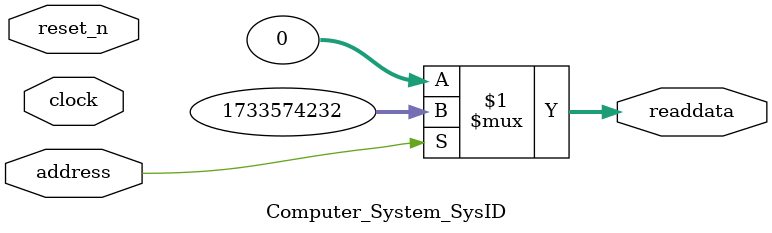
<source format=v>



// synthesis translate_off
`timescale 1ns / 1ps
// synthesis translate_on

// turn off superfluous verilog processor warnings 
// altera message_level Level1 
// altera message_off 10034 10035 10036 10037 10230 10240 10030 

module Computer_System_SysID (
               // inputs:
                address,
                clock,
                reset_n,

               // outputs:
                readdata
             )
;

  output  [ 31: 0] readdata;
  input            address;
  input            clock;
  input            reset_n;

  wire    [ 31: 0] readdata;
  //control_slave, which is an e_avalon_slave
  assign readdata = address ? 1733574232 : 0;

endmodule



</source>
